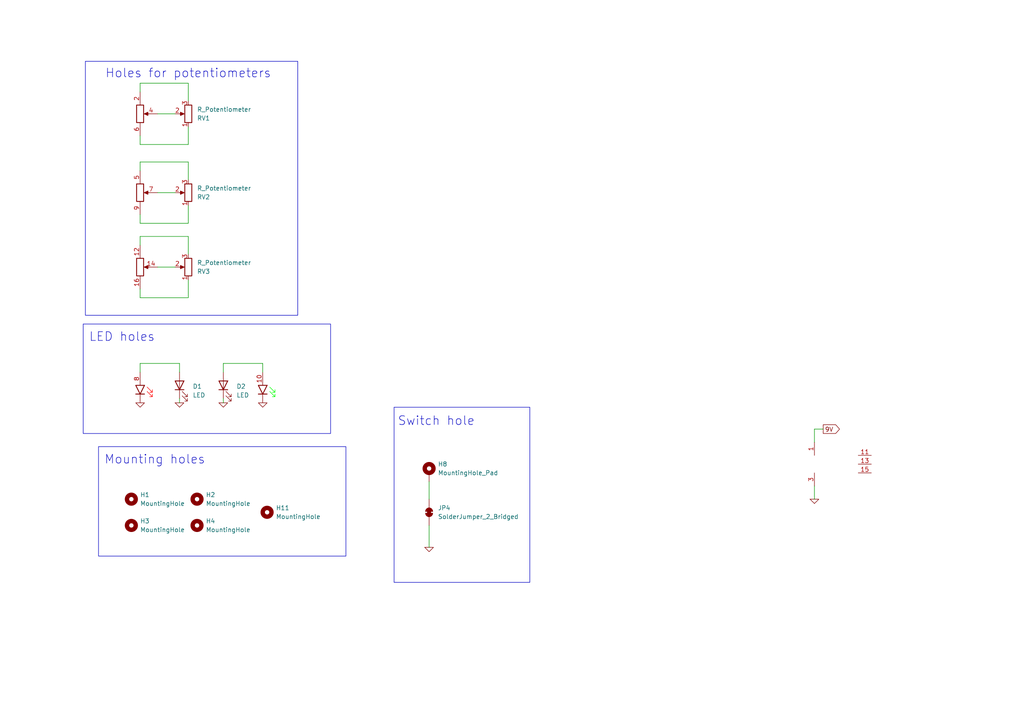
<source format=kicad_sch>
(kicad_sch (version 20250114) (generator "eeschema") (generator_version "9.0")
  (paper "A4")
  (lib_symbols
    (symbol "Device:LED" (pin_numbers (hide yes)) (pin_names (offset 1.016) (hide yes))
      (property "Reference" "D" (at 0 2.54 0))
      (property "Value" "LED" (at 0 -2.54 0))
      (symbol "LED_0_1"
        (polyline (pts (xy -3.048 -0.762) (xy -4.572 -2.286) (xy -3.81 -2.286) (xy -4.572 -2.286) (xy -4.572 -1.524)))
        (polyline (pts (xy -1.778 -0.762) (xy -3.302 -2.286) (xy -2.54 -2.286) (xy -3.302 -2.286) (xy -3.302 -1.524)))
        (polyline (pts (xy -1.27 0) (xy 1.27 0)))
        (polyline (pts (xy -1.27 -1.27) (xy -1.27 1.27)) (stroke (width 0.254)))
        (polyline (pts (xy 1.27 -1.27) (xy 1.27 1.27) (xy -1.27 0) (xy 1.27 -1.27)) (stroke (width 0.254)))
      )
      (symbol "LED_1_1"
        (pin passive line (at -3.81 0 0) (length 2.54) (name "K") (number "1"))
        (pin passive line (at 3.81 0 180) (length 2.54) (name "A") (number "2"))
      )
    )
    (symbol "Device:R_Potentiometer" (pin_names (offset 1.016) (hide yes))
      (property "Reference" "RV" (at -4.445 0 90))
      (property "Value" "R_Potentiometer" (at -2.54 0 90))
      (symbol "R_Potentiometer_0_1"
        (rectangle (start 1.016 2.54) (end -1.016 -2.54) (stroke (width 0.254)))
        (polyline (pts (xy 1.143 0) (xy 2.286 0.508) (xy 2.286 -0.508) (xy 1.143 0)) (fill (type outline)))
        (polyline (pts (xy 2.54 0) (xy 1.524 0)))
      )
      (symbol "R_Potentiometer_1_1"
        (pin passive line (at 0 3.81 270) (length 1.27) (name "1") (number "1"))
        (pin passive line (at 0 -3.81 90) (length 1.27) (name "3") (number "3"))
        (pin passive line (at 3.81 0 180) (length 1.27) (name "2") (number "2"))
      )
    )
    (symbol "Jumper:SolderJumper_2_Bridged" (pin_numbers (hide yes)) (pin_names (offset 0) (hide yes)) (exclude_from_sim yes) (in_bom no)
      (property "Reference" "JP" (at 0 2.032 0))
      (property "Value" "SolderJumper_2_Bridged" (at 0 -2.54 0))
      (symbol "SolderJumper_2_Bridged_0_1"
        (rectangle (start -0.508 0.508) (end 0.508 -0.508) (fill (type outline)))
        (polyline (pts (xy -0.254 1.016) (xy -0.254 -1.016)))
        (arc (start -0.254 -1.016) (mid -1.2656 0) (end -0.254 1.016))
        (arc (start -0.254 -1.016) (mid -1.2656 0) (end -0.254 1.016) (fill (type outline)))
        (arc (start 0.254 1.016) (mid 1.2656 0) (end 0.254 -1.016))
        (arc (start 0.254 1.016) (mid 1.2656 0) (end 0.254 -1.016) (fill (type outline)))
        (polyline (pts (xy 0.254 1.016) (xy 0.254 -1.016)))
      )
      (symbol "SolderJumper_2_Bridged_1_1"
        (pin passive line (at -3.81 0 0) (length 2.54) (name "A") (number "1"))
        (pin passive line (at 3.81 0 180) (length 2.54) (name "B") (number "2"))
      )
    )
    (symbol "Mechanical:MountingHole" (pin_names (offset 1.016))
      (property "Reference" "H" (at 0 5.08 0))
      (property "Value" "MountingHole" (at 0 3.175 0))
      (symbol "MountingHole_0_1"
        (circle (center 0 0) (radius 1.27) (stroke (width 1.27)))
      )
    )
    (symbol "Mechanical:MountingHole_Pad" (pin_numbers (hide yes)) (pin_names (offset 1.016) (hide yes)) (exclude_from_sim yes) (in_bom no)
      (property "Reference" "H" (at 0 6.35 0))
      (property "Value" "MountingHole_Pad" (at 0 4.445 0))
      (symbol "MountingHole_Pad_0_1"
        (circle (center 0 1.27) (radius 1.27) (stroke (width 1.27)))
      )
      (symbol "MountingHole_Pad_1_1"
        (pin input line (at 0 -2.54 90) (length 2.54) (name "1") (number "1"))
      )
    )
    (symbol "Simulation_SPICE:0" (power) (pin_numbers (hide yes)) (pin_names (offset 0) (hide yes))
      (property "Value" "0" (at 0 -2.54 0))
      (symbol "0_0_1"
        (polyline (pts (xy -1.27 0) (xy 0 -1.27) (xy 1.27 0) (xy -1.27 0)))
      )
      (symbol "0_1_1"
        (pin power_in line (at 0 0 0) (length 0) (name "~") (number "1"))
      )
    )
    (symbol "pedale:top_panel_connector" (pin_names (offset 1.016) (hide yes))
      (symbol "top_panel_connector_1_1"
        (rectangle (start 1.016 2.54) (end -1.016 -2.54) (stroke (width 0.254)))
        (polyline (pts (xy 1.143 0) (xy 2.286 0.508) (xy 2.286 -0.508) (xy 1.143 0)) (fill (type outline)))
        (polyline (pts (xy 2.54 0) (xy 1.524 0)))
        (pin passive line (at 0 6.35 270) (length 3.81) (name "Pin_2") (number "2"))
        (pin passive line (at 0 -6.35 90) (length 3.81) (name "Pin_6") (number "6"))
        (pin passive line (at 5.08 0 180) (length 3.81) (name "Pin_4") (number "4"))
      )
      (symbol "top_panel_connector_2_1"
        (rectangle (start 1.016 2.54) (end -1.016 -2.54) (stroke (width 0.254)))
        (polyline (pts (xy 1.143 0) (xy 2.286 0.508) (xy 2.286 -0.508) (xy 1.143 0)) (fill (type outline)))
        (polyline (pts (xy 2.54 0) (xy 1.524 0)))
        (pin passive line (at 0 6.35 270) (length 3.81) (name "Pin_5") (number "5"))
        (pin passive line (at 0 -6.35 90) (length 3.81) (name "Pin_9") (number "9"))
        (pin passive line (at 5.08 0 180) (length 3.81) (name "Pin_7") (number "7"))
      )
      (symbol "top_panel_connector_3_1"
        (rectangle (start 1.016 2.54) (end -1.016 -2.54) (stroke (width 0.254)))
        (polyline (pts (xy 1.143 0) (xy 2.286 0.508) (xy 2.286 -0.508) (xy 1.143 0)) (fill (type outline)))
        (polyline (pts (xy 2.54 0) (xy 1.524 0)))
        (pin passive line (at 0 6.35 270) (length 3.81) (name "Pin_12") (number "12"))
        (pin passive line (at 0 -6.35 90) (length 3.81) (name "Pin_16") (number "16"))
        (pin passive line (at 5.08 0 180) (length 3.81) (name "Pin_14") (number "14"))
      )
      (symbol "top_panel_connector_4_1"
        (polyline (pts (xy 0 -1.27) (xy 0 -3.81) (xy 1.27 -3.81) (xy 0 -5.08) (xy -1.27 -3.81) (xy 0 -3.81)))
        (polyline (pts (xy 1.27 1.27) (xy -1.27 1.27) (xy 0 -1.27) (xy 1.27 1.27)) (stroke (width 0.254)))
        (polyline (pts (xy 1.27 -1.27) (xy -1.27 -1.27)) (stroke (width 0.254)))
        (polyline (pts (xy 2.032 0.762) (xy 3.556 -0.762) (xy 3.556 0) (xy 3.556 -0.762) (xy 2.794 -0.762)) (stroke (width 0) (color 255 0 0 1)))
        (polyline (pts (xy 2.032 -0.508) (xy 3.556 -2.032) (xy 3.556 -1.27) (xy 3.556 -2.032) (xy 2.794 -2.032)) (stroke (width 0) (color 255 0 0 1)))
        (pin passive line (at 0 5.08 270) (length 3.81) (name "Pin_8") (number "8"))
      )
      (symbol "top_panel_connector_5_1"
        (polyline (pts (xy 0 -1.27) (xy 0 -3.81) (xy 1.27 -3.81) (xy 0 -5.08) (xy -1.27 -3.81) (xy 0 -3.81)))
        (polyline (pts (xy 1.27 1.27) (xy -1.27 1.27) (xy 0 -1.27) (xy 1.27 1.27)) (stroke (width 0.254)))
        (polyline (pts (xy 1.27 -1.27) (xy -1.27 -1.27)) (stroke (width 0.254)))
        (polyline (pts (xy 2.032 0.762) (xy 3.556 -0.762) (xy 3.556 0) (xy 3.556 -0.762) (xy 2.794 -0.762)) (stroke (width 0) (color 0 255 0 1)))
        (polyline (pts (xy 2.032 -0.508) (xy 3.556 -2.032) (xy 3.556 -1.27) (xy 3.556 -2.032) (xy 2.794 -2.032)) (stroke (width 0) (color 0 255 0 1)))
        (pin passive line (at 0 5.08 270) (length 3.81) (name "Pin_10") (number "10"))
      )
      (symbol "top_panel_connector_6_1"
        (pin passive line (at 0 12.7 270) (length 3.81) (name "VCC") (number "1"))
        (pin passive line (at 0 0 90) (length 3.81) (name "GND") (number "3"))
      )
      (symbol "top_panel_connector_7_1"
        (pin passive line (at 0 5.08 0) (length 3.81) (name "Pin_11") (number "11"))
        (pin passive line (at 0 2.54 0) (length 3.81) (name "Pin_13") (number "13"))
        (pin passive line (at 0 0 0) (length 3.81) (name "Pin_15") (number "15"))
      )
    )
  )
  (rectangle (start 24.765 17.78) (end 86.36 91.44))
  (rectangle (start 114.3 118.11) (end 153.67 168.91))
  (rectangle (start 24.13 93.98) (end 95.885 125.73))
  (rectangle (start 28.575 129.54) (end 100.33 161.29))
  (text "Mounting holes\n" (at 30.226 134.874 0) (effects (font (size 2.54 2.54)) (justify left bottom)))
  (text "Switch hole" (at 115.316 123.698 0) (effects (font (size 2.54 2.54)) (justify left bottom)))
  (text "LED holes\n" (at 25.781 99.314 0) (effects (font (size 2.54 2.54)) (justify left bottom)))
  (text "Holes for potentiometers\n" (at 30.48 22.86 0) (effects (font (size 2.54 2.54)) (justify left bottom)))
  (wire (pts (xy 40.64 105.41) (xy 52.07 105.41)))
  (wire (pts (xy 45.72 33.02) (xy 50.8 33.02)))
  (wire (pts (xy 54.61 29.21) (xy 54.61 24.13)))
  (wire (pts (xy 54.61 81.28) (xy 54.61 86.36)))
  (wire (pts (xy 40.64 41.91) (xy 40.64 39.37)))
  (wire (pts (xy 54.61 52.07) (xy 54.61 46.99)))
  (wire (pts (xy 64.77 116.84) (xy 64.77 115.57)))
  (wire (pts (xy 40.64 64.77) (xy 40.64 62.23)))
  (wire (pts (xy 64.77 105.41) (xy 64.77 107.95)))
  (wire (pts (xy 124.46 139.7) (xy 124.46 144.78)))
  (wire (pts (xy 52.07 105.41) (xy 52.07 107.95)))
  (wire (pts (xy 40.64 24.13) (xy 40.64 26.67)))
  (wire (pts (xy 76.2 107.95) (xy 76.2 105.41)))
  (wire (pts (xy 54.61 46.99) (xy 40.64 46.99)))
  (wire (pts (xy 76.2 105.41) (xy 64.77 105.41)))
  (wire (pts (xy 238.76 124.46) (xy 236.22 124.46)))
  (wire (pts (xy 40.64 107.95) (xy 40.64 105.41)))
  (wire (pts (xy 40.64 86.36) (xy 40.64 83.82)))
  (wire (pts (xy 54.61 73.66) (xy 54.61 68.58)))
  (wire (pts (xy 40.64 46.99) (xy 40.64 49.53)))
  (wire (pts (xy 45.72 55.88) (xy 50.8 55.88)))
  (wire (pts (xy 54.61 68.58) (xy 40.64 68.58)))
  (wire (pts (xy 54.61 64.77) (xy 40.64 64.77)))
  (wire (pts (xy 54.61 41.91) (xy 40.64 41.91)))
  (wire (pts (xy 45.72 77.47) (xy 50.8 77.47)))
  (wire (pts (xy 54.61 24.13) (xy 40.64 24.13)))
  (wire (pts (xy 52.07 116.84) (xy 52.07 115.57)))
  (wire (pts (xy 54.61 86.36) (xy 40.64 86.36)))
  (wire (pts (xy 40.64 68.58) (xy 40.64 71.12)))
  (wire (pts (xy 54.61 36.83) (xy 54.61 41.91)))
  (wire (pts (xy 236.22 124.46) (xy 236.22 128.27)))
  (wire (pts (xy 124.46 152.4) (xy 124.46 158.75)))
  (wire (pts (xy 54.61 59.69) (xy 54.61 64.77)))
  (wire (pts (xy 236.22 140.97) (xy 236.22 144.78)))
  (global_label "9V" (shape output) (at 238.76 124.46 0) (property "Intersheetrefs" "${INTERSHEET_REFS}" (effects (hide yes))))
  (symbol (lib_id "Mechanical:MountingHole") (at 38.1 152.4 0) (unit 1)
    (property "Reference" "H3" (at 40.64 151.13 0) (effects (justify left)))
    (property "Value" "MountingHole" (at 40.64 153.67 0) (effects (justify left)))
    (property "Footprint" "MountingHole:MountingHole_3.2mm_M3_DIN965_Pad_TopBottom" (effects (hide yes)))
  )
  (symbol (lib_id "pedale:top_panel_connector") (at 40.64 55.88 0) (unit 2)
    (property "Reference" "J1" (effects (hide yes)))
    (property "Value" "top_panel_connector" (effects (hide yes)))
    (property "Footprint" "pedale:bottom_connector" (effects (hide yes)))
  )
  (symbol (lib_id "Simulation_SPICE:0") (at 236.22 144.78 0) (unit 1)
    (property "Reference" "#GND023" (effects (hide yes)))
    (property "Value" "0" (effects (hide yes)))
  )
  (symbol (lib_id "Device:R_Potentiometer") (at 54.61 77.47 180) (unit 1)
    (property "Reference" "RV3" (at 57.15 78.7401 0) (effects (justify right)))
    (property "Value" "R_Potentiometer" (at 57.15 76.2001 0) (effects (justify right)))
    (property "Footprint" "pedale:top_plate_pot" (effects (hide yes)))
    (property "Description" "Potentiometer" (effects (hide yes)))
  )
  (symbol (lib_id "pedale:top_panel_connector") (at 236.22 140.97 0) (unit 6)
    (property "Reference" "J1" (effects (hide yes)))
    (property "Value" "top_panel_connector" (effects (hide yes)))
    (property "Footprint" "pedale:bottom_connector" (effects (hide yes)))
  )
  (symbol (lib_id "Simulation_SPICE:0") (at 124.46 158.75 0) (unit 1)
    (property "Reference" "#GND04" (effects (hide yes)))
    (property "Value" "0" (effects (hide yes)))
    (property "Datasheet" "https://ngspice.sourceforge.io/docs/ngspice-html-manual/manual.xhtml#subsec_Circuit_elements__device" (effects (hide yes)))
    (property "Description" "0V reference potential for simulation" (effects (hide yes)))
  )
  (symbol (lib_id "Mechanical:MountingHole") (at 57.15 144.78 0) (unit 1)
    (property "Reference" "H2" (at 59.69 143.51 0) (effects (justify left)))
    (property "Value" "MountingHole" (at 59.69 146.05 0) (effects (justify left)))
    (property "Footprint" "MountingHole:MountingHole_3.2mm_M3_DIN965_Pad_TopBottom" (effects (hide yes)))
  )
  (symbol (lib_id "Simulation_SPICE:0") (at 64.77 116.84 0) (unit 1)
    (property "Reference" "#GND06" (effects (hide yes)))
    (property "Value" "0" (effects (hide yes)))
    (property "Datasheet" "https://ngspice.sourceforge.io/docs/ngspice-html-manual/manual.xhtml#subsec_Circuit_elements__device" (effects (hide yes)))
    (property "Description" "0V reference potential for simulation" (effects (hide yes)))
  )
  (symbol (lib_id "Device:LED") (at 52.07 111.76 90) (unit 1)
    (property "Reference" "D1" (at 55.88 112.0774 90) (effects (justify right)))
    (property "Value" "LED" (at 55.88 114.6174 90) (effects (justify right)))
    (property "Footprint" "pedale:red_led" (effects (hide yes)))
    (property "Description" "Light emitting diode" (effects (hide yes)))
    (property "Sim.Pins" "1=K 2=A" (effects (hide yes)))
  )
  (symbol (lib_id "pedale:top_panel_connector") (at 76.2 113.03 0) (unit 5)
    (property "Reference" "J1" (effects (hide yes)))
    (property "Value" "top_panel_connector" (effects (hide yes)))
    (property "Footprint" "pedale:bottom_connector" (effects (hide yes)))
  )
  (symbol (lib_id "Mechanical:MountingHole") (at 38.1 144.78 0) (unit 1)
    (property "Reference" "H1" (at 40.64 143.51 0) (effects (justify left)))
    (property "Value" "MountingHole" (at 40.64 146.05 0) (effects (justify left)))
    (property "Footprint" "MountingHole:MountingHole_3.2mm_M3_DIN965_Pad_TopBottom" (effects (hide yes)))
  )
  (symbol (lib_id "Device:R_Potentiometer") (at 54.61 55.88 180) (unit 1)
    (property "Reference" "RV2" (at 57.15 57.1501 0) (effects (justify right)))
    (property "Value" "R_Potentiometer" (at 57.15 54.6101 0) (effects (justify right)))
    (property "Footprint" "pedale:top_plate_pot" (effects (hide yes)))
    (property "Description" "Potentiometer" (effects (hide yes)))
  )
  (symbol (lib_id "pedale:top_panel_connector") (at 40.64 33.02 0) (unit 1)
    (property "Reference" "J1" (effects (hide yes)))
    (property "Value" "top_panel_connector" (effects (hide yes)))
    (property "Footprint" "pedale:bottom_connector" (effects (hide yes)))
  )
  (symbol (lib_id "Device:LED") (at 64.77 111.76 90) (unit 1)
    (property "Reference" "D2" (at 68.58 112.0774 90) (effects (justify right)))
    (property "Value" "LED" (at 68.58 114.6174 90) (effects (justify right)))
    (property "Footprint" "pedale:green_led" (effects (hide yes)))
    (property "Description" "Light emitting diode" (effects (hide yes)))
    (property "Sim.Pins" "1=K 2=A" (effects (hide yes)))
  )
  (symbol (lib_id "Simulation_SPICE:0") (at 52.07 116.84 0) (unit 1)
    (property "Reference" "#GND05" (effects (hide yes)))
    (property "Value" "0" (effects (hide yes)))
    (property "Datasheet" "https://ngspice.sourceforge.io/docs/ngspice-html-manual/manual.xhtml#subsec_Circuit_elements__device" (effects (hide yes)))
    (property "Description" "0V reference potential for simulation" (effects (hide yes)))
  )
  (symbol (lib_id "Mechanical:MountingHole") (at 57.15 152.4 0) (unit 1)
    (property "Reference" "H4" (at 59.69 151.13 0) (effects (justify left)))
    (property "Value" "MountingHole" (at 59.69 153.67 0) (effects (justify left)))
    (property "Footprint" "MountingHole:MountingHole_3.2mm_M3_DIN965_Pad_TopBottom" (effects (hide yes)))
  )
  (symbol (lib_id "pedale:top_panel_connector") (at 40.64 113.03 0) (unit 4)
    (property "Reference" "J1" (effects (hide yes)))
    (property "Value" "top_panel_connector" (effects (hide yes)))
    (property "Footprint" "pedale:bottom_connector" (effects (hide yes)))
  )
  (symbol (lib_id "Jumper:SolderJumper_2_Bridged") (at 124.46 148.59 90) (unit 1) (in_bom no)
    (property "Reference" "JP4" (at 127 147.3199 90) (effects (justify right)))
    (property "Value" "SolderJumper_2_Bridged" (at 127 149.8599 90) (effects (justify right)))
    (property "Footprint" "Jumper:SolderJumper-2_P1.3mm_Bridged_RoundedPad1.0x1.5mm" (effects (hide yes)))
    (property "Description" "Solder Jumper, 2-pole, closed/bridged" (effects (hide yes)))
  )
  (symbol (lib_id "pedale:top_panel_connector") (at 248.92 137.16 0) (unit 7)
    (property "Reference" "J1" (effects (hide yes)))
    (property "Value" "top_panel_connector" (effects (hide yes)))
    (property "Footprint" "pedale:bottom_connector" (effects (hide yes)))
  )
  (symbol (lib_id "Mechanical:MountingHole_Pad") (at 124.46 137.16 0) (unit 1) (in_bom no)
    (property "Reference" "H8" (at 127 134.6199 0) (effects (justify left)))
    (property "Value" "MountingHole_Pad" (at 127 137.1599 0) (effects (justify left)))
    (property "Footprint" "pedale:plated_switch_hole" (effects (hide yes)))
    (property "Description" "Mounting Hole with connection" (effects (hide yes)))
  )
  (symbol (lib_id "Device:R_Potentiometer") (at 54.61 33.02 180) (unit 1)
    (property "Reference" "RV1" (at 57.15 34.2901 0) (effects (justify right)))
    (property "Value" "R_Potentiometer" (at 57.15 31.7501 0) (effects (justify right)))
    (property "Footprint" "pedale:top_plate_pot" (effects (hide yes)))
    (property "Description" "Potentiometer" (effects (hide yes)))
  )
  (symbol (lib_id "Mechanical:MountingHole") (at 77.47 148.59 0) (unit 1)
    (property "Reference" "H11" (at 80.01 147.32 0) (effects (justify left)))
    (property "Value" "MountingHole" (at 80.01 149.86 0) (effects (justify left)))
    (property "Footprint" "MountingHole:MountingHole_3.2mm_M3_DIN965_Pad_TopBottom" (effects (hide yes)))
  )
  (symbol (lib_id "pedale:top_panel_connector") (at 40.64 77.47 0) (unit 3)
    (property "Reference" "J1" (effects (hide yes)))
    (property "Value" "top_panel_connector" (effects (hide yes)))
    (property "Footprint" "pedale:bottom_connector" (effects (hide yes)))
  )
)
</source>
